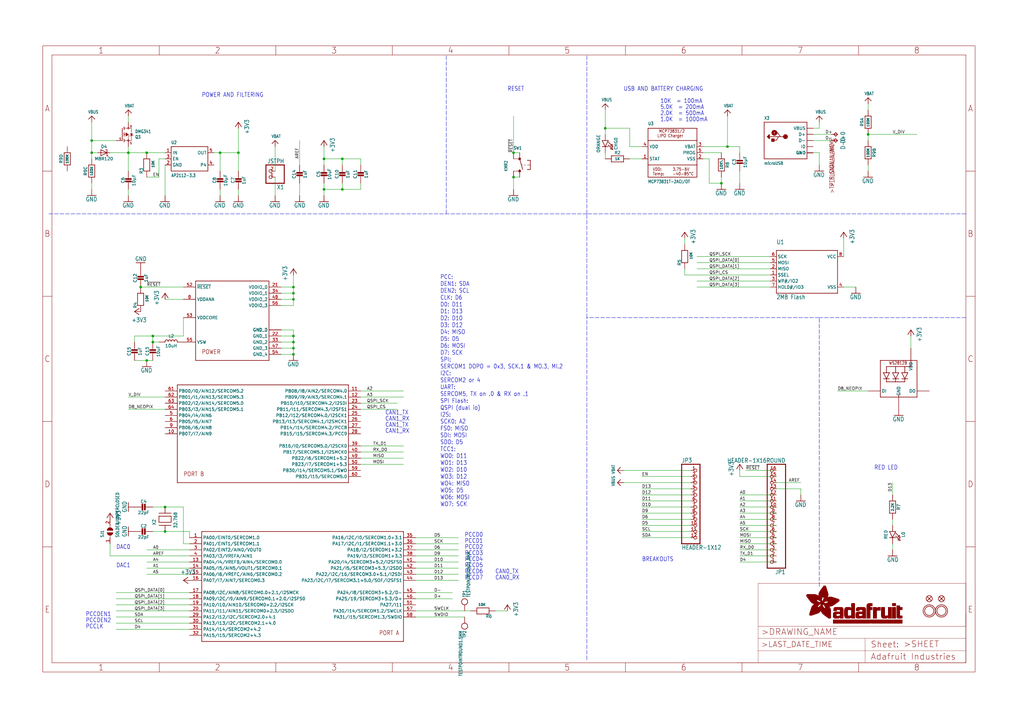
<source format=kicad_sch>
(kicad_sch (version 20211123) (generator eeschema)
  (paper "User" 425.45 300.584)
  (lib_symbols
    (symbol "schematicEagle-eagle-import:+3V3" (power)
      (property "Value" "+3V3" (at -2.54 -5.08 90))
      (symbol "+3V3_1_0"
        (pin power_in line (at 0 -2.54 90) (length 2.54) (name "+3V3") (number "1"))
      )
    )
    (symbol "schematicEagle-eagle-import:ATSAMD51J"
      (symbol "ATSAMD51J_1_0"
        (text "PORT A" (at 48.26 -22.86 0) (effects (font (size 1.778 1.5113)) (justify left bottom)))
        (pin bidirectional line (at -30.48 17.78 0) (length 5.08) (name "PA00/EINT0/SERCOM1.0") (number "1"))
        (pin bidirectional line (at -30.48 7.62 0) (length 5.08) (name "PA04/I4/VREFB/AIN4/SERCOM0.0") (number "13"))
        (pin bidirectional line (at -30.48 5.08 0) (length 5.08) (name "PA05/I5/AIN5/VOUT1/SERCOM0.1") (number "14"))
        (pin bidirectional line (at -30.48 2.54 0) (length 5.08) (name "PA06/I6/VREFC/AIN6/SERCOM0.2") (number "15"))
        (pin bidirectional line (at -30.48 0 0) (length 5.08) (name "PA07/I7/AIN7/SERCOM0.3") (number "16"))
        (pin bidirectional line (at -30.48 -5.08 0) (length 5.08) (name "PA08/I2C/AIN8/SERCOM0.0+2.1/I2SMCK") (number "17"))
        (pin bidirectional line (at -30.48 -7.62 0) (length 5.08) (name "PA09/I2C/I9/AIN9/SERCOM0.1+2.0/I2SFS0") (number "18"))
        (pin bidirectional line (at -30.48 -10.16 0) (length 5.08) (name "PA10/I10/AIN10/SERCOM0+2.2/I2SCK") (number "19"))
        (pin bidirectional line (at -30.48 15.24 0) (length 5.08) (name "PA01/EINT1/SERCOM1.1") (number "2"))
        (pin bidirectional line (at -30.48 -12.7 0) (length 5.08) (name "PA11/I11/AIN11/SERCOM0+2.3/I2SDO") (number "20"))
        (pin bidirectional line (at -30.48 -15.24 0) (length 5.08) (name "PA12/I12/I2C/SERCOM2.0+4.1") (number "29"))
        (pin bidirectional line (at -30.48 12.7 0) (length 5.08) (name "PA02/EINT2/AIN0/VOUT0") (number "3"))
        (pin bidirectional line (at -30.48 -17.78 0) (length 5.08) (name "PA13/I13/I2C/SERCOM2.1+4.0") (number "30"))
        (pin bidirectional line (at -30.48 -20.32 0) (length 5.08) (name "PA14/I14/SERCOM2+4.2") (number "31"))
        (pin bidirectional line (at -30.48 -22.86 0) (length 5.08) (name "PA15/I15/SERCOM2+4.3") (number "32"))
        (pin bidirectional line (at 63.5 17.78 180) (length 5.08) (name "PA16/I2C/I0/SERCOM1.0+3.1") (number "35"))
        (pin bidirectional line (at 63.5 15.24 180) (length 5.08) (name "PA17/I2C/I1/SERCOM1.1+3.0") (number "36"))
        (pin bidirectional line (at 63.5 12.7 180) (length 5.08) (name "PA18/I2/SERCOM1+3.2") (number "37"))
        (pin bidirectional line (at 63.5 10.16 180) (length 5.08) (name "PA19/I3/SERCOM1+3.3") (number "38"))
        (pin bidirectional line (at -30.48 10.16 0) (length 5.08) (name "PA03/I3/VREFA/AIN1") (number "4"))
        (pin bidirectional line (at 63.5 7.62 180) (length 5.08) (name "PA20/I4/SERCOM3+5.2/I2SFS0") (number "41"))
        (pin bidirectional line (at 63.5 5.08 180) (length 5.08) (name "PA21/I5/SERCOM3+5.3/I2SDO") (number "42"))
        (pin bidirectional line (at 63.5 2.54 180) (length 5.08) (name "PA22/I2C/16/SERCOM3.0+5.1/I2SDI") (number "43"))
        (pin bidirectional line (at 63.5 0 180) (length 5.08) (name "PA23/I2C/I7/SERCOM3.1+5.0/SOF/I2SFS1") (number "44"))
        (pin bidirectional line (at 63.5 -5.08 180) (length 5.08) (name "PA24/I8/SERCOM3+5.2/D-") (number "45"))
        (pin bidirectional line (at 63.5 -7.62 180) (length 5.08) (name "PA25/19/SERCOM3+5.3/D+") (number "46"))
        (pin bidirectional line (at 63.5 -10.16 180) (length 5.08) (name "PA27/I11") (number "51"))
        (pin bidirectional line (at 63.5 -12.7 180) (length 5.08) (name "PA30/I14/SERCOM1.2/SWCLK") (number "57"))
        (pin bidirectional line (at 63.5 -15.24 180) (length 5.08) (name "PA31/I15/SERCOM1.3/SWDIO") (number "58"))
      )
      (symbol "ATSAMD51J_2_0"
        (text "PORT B" (at -35.56 -22.86 0) (effects (font (size 1.778 1.5113)) (justify left bottom)))
        (pin bidirectional line (at -43.18 -5.08 0) (length 5.08) (name "PB07/I7/AIN9") (number "10"))
        (pin bidirectional line (at 38.1 12.7 180) (length 5.08) (name "PB08/I8/AIN2/SERCOM4.0") (number "11"))
        (pin bidirectional line (at 38.1 10.16 180) (length 5.08) (name "PB09/I9/AIN3/SERCOM4.1") (number "12"))
        (pin bidirectional line (at 38.1 7.62 180) (length 5.08) (name "PB10/I10/SERCOM4.2/I2SDI") (number "23"))
        (pin bidirectional line (at 38.1 5.08 180) (length 5.08) (name "PB11/I11/SERCOM4.3/I2SFS1") (number "24"))
        (pin bidirectional line (at 38.1 2.54 180) (length 5.08) (name "PB12/I12/SERCOM4.0/I2SCK1") (number "25"))
        (pin bidirectional line (at 38.1 0 180) (length 5.08) (name "PB13/I13/SERCOM4.1/I2SMCK1") (number "26"))
        (pin bidirectional line (at 38.1 -2.54 180) (length 5.08) (name "PB14/I14/SERCOM4.2/PCC8") (number "27"))
        (pin bidirectional line (at 38.1 -5.08 180) (length 5.08) (name "PB15/I15/SERCOM4.3/PCC9") (number "28"))
        (pin bidirectional line (at 38.1 -10.16 180) (length 5.08) (name "PB16/I0/SERCOM5.0/I2SCK0") (number "39"))
        (pin bidirectional line (at 38.1 -12.7 180) (length 5.08) (name "PB17/SERCOM5.1/I2SMCK0") (number "40"))
        (pin bidirectional line (at 38.1 -15.24 180) (length 5.08) (name "PB22/I6/SERCOM1+5.2") (number "49"))
        (pin bidirectional line (at -43.18 2.54 0) (length 5.08) (name "PB04/I4/AIN6") (number "5"))
        (pin bidirectional line (at 38.1 -17.78 180) (length 5.08) (name "PB23/I7/SERCOM1+5.3") (number "50"))
        (pin bidirectional line (at 38.1 -20.32 180) (length 5.08) (name "PB30/I14/SERCOM5.1/SWO") (number "59"))
        (pin bidirectional line (at -43.18 0 0) (length 5.08) (name "PB05/I5/AIN7") (number "6"))
        (pin bidirectional line (at 38.1 -22.86 180) (length 5.08) (name "PB31/I15/SERCOM5.0") (number "60"))
        (pin bidirectional line (at -43.18 12.7 0) (length 5.08) (name "PB00/I0/AIN12/SERCOM5.2") (number "61"))
        (pin bidirectional line (at -43.18 10.16 0) (length 5.08) (name "PB01/I1/AIN13/SERCOM5.3") (number "62"))
        (pin bidirectional line (at -43.18 7.62 0) (length 5.08) (name "PB02/I2/AIN14/SERCOM5.0") (number "63"))
        (pin bidirectional line (at -43.18 5.08 0) (length 5.08) (name "PB03/I3/AIN15/SERCOM5.1") (number "64"))
        (pin bidirectional line (at -43.18 -2.54 0) (length 5.08) (name "PB06/I6/AIN8") (number "9"))
      )
      (symbol "ATSAMD51J_3_0"
        (text "POWER" (at -12.7 -12.7 0) (effects (font (size 1.778 1.5113)) (justify left bottom)))
        (pin bidirectional line (at 20.32 15.24 180) (length 5.08) (name "VDDIO_0") (number "21"))
        (pin bidirectional line (at 20.32 -5.08 180) (length 5.08) (name "GND_1") (number "22"))
        (pin bidirectional line (at 20.32 -7.62 180) (length 5.08) (name "GND_2") (number "33"))
        (pin bidirectional line (at 20.32 12.7 180) (length 5.08) (name "VDDIO_1") (number "34"))
        (pin bidirectional line (at 20.32 -10.16 180) (length 5.08) (name "GND_3") (number "47"))
        (pin bidirectional line (at 20.32 10.16 180) (length 5.08) (name "VDDIO_2") (number "48"))
        (pin bidirectional line (at -20.32 15.24 0) (length 5.08) (name "~{RESET}") (number "52"))
        (pin bidirectional line (at -20.32 2.54 0) (length 5.08) (name "VDDCORE") (number "53"))
        (pin bidirectional line (at 20.32 -12.7 180) (length 5.08) (name "GND_4") (number "54"))
        (pin bidirectional line (at -20.32 -7.62 0) (length 5.08) (name "VSW") (number "55"))
        (pin bidirectional line (at 20.32 7.62 180) (length 5.08) (name "VDDIO_3") (number "56"))
        (pin bidirectional line (at 20.32 -2.54 180) (length 5.08) (name "GND_0") (number "7"))
        (pin bidirectional line (at -20.32 10.16 0) (length 5.08) (name "VDDANA") (number "8"))
        (pin bidirectional line (at 20.32 -2.54 180) (length 5.08) (name "GND_0") (number "EXP"))
      )
    )
    (symbol "schematicEagle-eagle-import:CAP_CERAMIC0603_NO"
      (property "Reference" "C" (at -2.29 1.25 90))
      (property "Value" "CAP_CERAMIC0603_NO" (at 2.3 1.25 90))
      (symbol "CAP_CERAMIC0603_NO_1_0"
        (pin passive line (at 0 5.08 270) (length 2.54) (name "1") (number "1"))
        (pin passive line (at 0 -2.54 90) (length 2.54) (name "2") (number "2"))
      )
    )
    (symbol "schematicEagle-eagle-import:CAP_CERAMIC0805-NOOUTLINE"
      (property "Reference" "C" (at -2.29 1.25 90))
      (property "Value" "CAP_CERAMIC0805-NOOUTLINE" (at 2.3 1.25 90))
      (symbol "CAP_CERAMIC0805-NOOUTLINE_1_0"
        (pin passive line (at 0 5.08 270) (length 2.54) (name "1") (number "1"))
        (pin passive line (at 0 -2.54 90) (length 2.54) (name "2") (number "2"))
      )
    )
    (symbol "schematicEagle-eagle-import:CON_JST_PH_2PIN"
      (property "Reference" "X" (at -6.35 5.715 0))
      (property "Value" "CON_JST_PH_2PIN" (at -6.35 -5.08 0))
      (symbol "CON_JST_PH_2PIN_1_0"
        (pin passive inverted (at -2.54 2.54 0) (length 2.54) (name "1") (number "1"))
        (pin passive inverted (at -2.54 0 0) (length 2.54) (name "2") (number "2"))
      )
    )
    (symbol "schematicEagle-eagle-import:DIODE-SCHOTTKYSOD-123"
      (property "Reference" "D" (at 0 2.54 0))
      (property "Value" "DIODE-SCHOTTKYSOD-123" (at 0 -2.5 0))
      (symbol "DIODE-SCHOTTKYSOD-123_1_0"
        (pin passive line (at -2.54 0 0) (length 2.54) (name "A") (number "A"))
        (pin passive line (at 2.54 0 180) (length 2.54) (name "C") (number "C"))
      )
    )
    (symbol "schematicEagle-eagle-import:FIDUCIAL_1MM")
    (symbol "schematicEagle-eagle-import:FRAME_A3_ADAFRUIT"
      (symbol "FRAME_A3_ADAFRUIT_0_0"
        (text "1" (at 24.2094 1.905 0) (effects (font (size 2.54 2.286))))
        (text "1" (at 24.2094 258.445 0) (effects (font (size 2.54 2.286))))
        (text "2" (at 72.6281 1.905 0) (effects (font (size 2.54 2.286))))
        (text "2" (at 72.6281 258.445 0) (effects (font (size 2.54 2.286))))
        (text "3" (at 121.0469 1.905 0) (effects (font (size 2.54 2.286))))
        (text "3" (at 121.0469 258.445 0) (effects (font (size 2.54 2.286))))
        (text "4" (at 169.4656 1.905 0) (effects (font (size 2.54 2.286))))
        (text "4" (at 169.4656 258.445 0) (effects (font (size 2.54 2.286))))
        (text "5" (at 217.8844 1.905 0) (effects (font (size 2.54 2.286))))
        (text "5" (at 217.8844 258.445 0) (effects (font (size 2.54 2.286))))
        (text "6" (at 266.3031 1.905 0) (effects (font (size 2.54 2.286))))
        (text "6" (at 266.3031 258.445 0) (effects (font (size 2.54 2.286))))
        (text "7" (at 314.7219 1.905 0) (effects (font (size 2.54 2.286))))
        (text "7" (at 314.7219 258.445 0) (effects (font (size 2.54 2.286))))
        (text "8" (at 363.1406 1.905 0) (effects (font (size 2.54 2.286))))
        (text "8" (at 363.1406 258.445 0) (effects (font (size 2.54 2.286))))
        (text "A" (at 1.905 234.315 0) (effects (font (size 2.54 2.286))))
        (text "A" (at 385.445 234.315 0) (effects (font (size 2.54 2.286))))
        (text "B" (at 1.905 182.245 0) (effects (font (size 2.54 2.286))))
        (text "B" (at 385.445 182.245 0) (effects (font (size 2.54 2.286))))
        (text "C" (at 1.905 130.175 0) (effects (font (size 2.54 2.286))))
        (text "C" (at 385.445 130.175 0) (effects (font (size 2.54 2.286))))
        (text "D" (at 1.905 78.105 0) (effects (font (size 2.54 2.286))))
        (text "D" (at 385.445 78.105 0) (effects (font (size 2.54 2.286))))
        (text "E" (at 1.905 26.035 0) (effects (font (size 2.54 2.286))))
        (text "E" (at 385.445 26.035 0) (effects (font (size 2.54 2.286))))
      )
      (symbol "FRAME_A3_ADAFRUIT_1_0"
        (text ">DRAWING_NAME" (at 298.45 15.24 0) (effects (font (size 2.54 2.54)) (justify left bottom)))
        (text ">LAST_DATE_TIME" (at 298.45 10.16 0) (effects (font (size 2.286 2.286)) (justify left bottom)))
        (text ">SHEET" (at 357.505 10.16 0) (effects (font (size 2.54 2.54)) (justify left bottom)))
        (text "Adafruit Industries" (at 343.916 4.953 0) (effects (font (size 2.54 2.54)) (justify left bottom)))
        (text "Sheet:" (at 343.916 10.033 0) (effects (font (size 2.54 2.54)) (justify left bottom)))
      )
    )
    (symbol "schematicEagle-eagle-import:GND" (power)
      (property "Value" "GND" (at -2.54 -2.54 0))
      (symbol "GND_1_0"
        (pin power_in line (at 0 2.54 270) (length 2.54) (name "GND") (number "1"))
      )
    )
    (symbol "schematicEagle-eagle-import:HEADER-1X12"
      (property "Reference" "JP" (at -6.35 18.415 0))
      (property "Value" "HEADER-1X12" (at -6.35 -17.78 0))
      (symbol "HEADER-1X12_1_0"
        (pin passive inverted (at -2.54 15.24 0) (length 2.54) (name "1") (number "1"))
        (pin passive inverted (at -2.54 -7.62 0) (length 2.54) (name "10") (number "10"))
        (pin passive inverted (at -2.54 -10.16 0) (length 2.54) (name "11") (number "11"))
        (pin passive inverted (at -2.54 -12.7 0) (length 2.54) (name "12") (number "12"))
        (pin passive inverted (at -2.54 12.7 0) (length 2.54) (name "2") (number "2"))
        (pin passive inverted (at -2.54 10.16 0) (length 2.54) (name "3") (number "3"))
        (pin passive inverted (at -2.54 7.62 0) (length 2.54) (name "4") (number "4"))
        (pin passive inverted (at -2.54 5.08 0) (length 2.54) (name "5") (number "5"))
        (pin passive inverted (at -2.54 2.54 0) (length 2.54) (name "6") (number "6"))
        (pin passive inverted (at -2.54 0 0) (length 2.54) (name "7") (number "7"))
        (pin passive inverted (at -2.54 -2.54 0) (length 2.54) (name "8") (number "8"))
        (pin passive inverted (at -2.54 -5.08 0) (length 2.54) (name "9") (number "9"))
      )
    )
    (symbol "schematicEagle-eagle-import:HEADER-1X16ROUND"
      (property "Reference" "JP" (at -6.35 20.955 0))
      (property "Value" "HEADER-1X16ROUND" (at -6.35 -25.4 0))
      (symbol "HEADER-1X16ROUND_1_0"
        (pin passive inverted (at -2.54 17.78 0) (length 2.54) (name "1") (number "1"))
        (pin passive inverted (at -2.54 -5.08 0) (length 2.54) (name "10") (number "10"))
        (pin passive inverted (at -2.54 -7.62 0) (length 2.54) (name "11") (number "11"))
        (pin passive inverted (at -2.54 -10.16 0) (length 2.54) (name "12") (number "12"))
        (pin passive inverted (at -2.54 -12.7 0) (length 2.54) (name "13") (number "13"))
        (pin passive inverted (at -2.54 -15.24 0) (length 2.54) (name "14") (number "14"))
        (pin passive inverted (at -2.54 -17.78 0) (length 2.54) (name "15") (number "15"))
        (pin passive inverted (at -2.54 -20.32 0) (length 2.54) (name "16") (number "16"))
        (pin passive inverted (at -2.54 15.24 0) (length 2.54) (name "2") (number "2"))
        (pin passive inverted (at -2.54 12.7 0) (length 2.54) (name "3") (number "3"))
        (pin passive inverted (at -2.54 10.16 0) (length 2.54) (name "4") (number "4"))
        (pin passive inverted (at -2.54 7.62 0) (length 2.54) (name "5") (number "5"))
        (pin passive inverted (at -2.54 5.08 0) (length 2.54) (name "6") (number "6"))
        (pin passive inverted (at -2.54 2.54 0) (length 2.54) (name "7") (number "7"))
        (pin passive inverted (at -2.54 0 0) (length 2.54) (name "8") (number "8"))
        (pin passive inverted (at -2.54 -2.54 0) (length 2.54) (name "9") (number "9"))
      )
    )
    (symbol "schematicEagle-eagle-import:INDUCTOR"
      (property "Reference" "L" (at 0 2.54 0))
      (property "Value" "INDUCTOR" (at 0 -1.54 0))
      (symbol "INDUCTOR_1_0"
        (pin passive line (at -5.08 0 0) (length 2.54) (name "1") (number "P$1"))
        (pin passive line (at 5.08 0 180) (length 2.54) (name "2") (number "P$2"))
      )
    )
    (symbol "schematicEagle-eagle-import:LED0805_NOOUTLINE"
      (property "Reference" "D" (at -1.27 4.445 0))
      (property "Value" "LED0805_NOOUTLINE" (at -1.27 -2.794 0))
      (symbol "LED0805_NOOUTLINE_1_0"
        (pin passive line (at -5.08 0 0) (length 2.54) (name "A") (number "A"))
        (pin passive line (at 2.54 0 180) (length 2.54) (name "C") (number "C"))
      )
    )
    (symbol "schematicEagle-eagle-import:MCP73831{slash}2"
      (property "Reference" "U" (at -10.16 11.43 0))
      (property "Value" "MCP73831{slash}2" (at -10.16 -12.7 0))
      (symbol "MCP73831{slash}2_1_0"
        (text "-40-85°C" (at 0 -9.525 0) (effects (font (size 1.27 1.0795)) (justify left bottom)))
        (text "3.75-6V" (at 0 -7.62 0) (effects (font (size 1.27 1.0795)) (justify left bottom)))
        (text "LIPO Charger" (at -6.35 6.35 0) (effects (font (size 1.27 1.0795)) (justify left bottom)))
        (text "MCP73831/2" (at -5.715 8.255 0) (effects (font (size 1.27 1.0795)) (justify left bottom)))
        (text "Temp:" (at -8.255 -9.525 0) (effects (font (size 1.27 1.0795)) (justify left bottom)))
        (text "VDD:" (at -8.255 -7.62 0) (effects (font (size 1.27 1.0795)) (justify left bottom)))
        (pin output line (at -12.7 -2.54 0) (length 2.54) (name "STAT") (number "1"))
        (pin power_in line (at 12.7 -2.54 180) (length 2.54) (name "VSS") (number "2"))
        (pin power_in line (at 12.7 2.54 180) (length 2.54) (name "VBAT") (number "3"))
        (pin power_in line (at -12.7 2.54 0) (length 2.54) (name "VDD") (number "4"))
        (pin input line (at 12.7 0 180) (length 2.54) (name "PROG") (number "5"))
      )
    )
    (symbol "schematicEagle-eagle-import:MOSFET-P"
      (property "Reference" "Q" (at 2.794 0.381 0))
      (property "Value" "MOSFET-P" (at 2.794 -1.905 0))
      (symbol "MOSFET-P_1_0"
        (text "D" (at 0.635 -3.81 0) (effects (font (size 0.8128 0.6908)) (justify left bottom)))
        (text "G" (at -3.81 1.27 0) (effects (font (size 0.8128 0.6908)) (justify left bottom)))
        (text "S" (at 0.635 3.175 0) (effects (font (size 0.8128 0.6908)) (justify left bottom)))
        (pin passive line (at -5.08 2.54 0) (length 2.54) (name "G") (number "1"))
        (pin passive line (at 0 5.08 270) (length 2.54) (name "S") (number "2"))
        (pin passive line (at 0 -5.08 90) (length 2.54) (name "D") (number "3"))
      )
    )
    (symbol "schematicEagle-eagle-import:MOUNTINGHOLE2.5")
    (symbol "schematicEagle-eagle-import:RESISTOR_0603_NOOUT"
      (property "Reference" "R" (at 0 2.54 0))
      (property "Value" "RESISTOR_0603_NOOUT" (at 0 0 0))
      (symbol "RESISTOR_0603_NOOUT_1_0"
        (pin passive line (at -5.08 0 0) (length 2.54) (name "1") (number "1"))
        (pin passive line (at 5.08 0 180) (length 2.54) (name "2") (number "2"))
      )
    )
    (symbol "schematicEagle-eagle-import:RESISTOR_4PACK_NO"
      (property "Reference" "R" (at 0 2.54 0))
      (property "Value" "RESISTOR_4PACK_NO" (at 0 0 0))
      (symbol "RESISTOR_4PACK_NO_1_0"
        (pin passive line (at -5.08 0 0) (length 2.54) (name "1") (number "1"))
        (pin passive line (at 5.08 0 180) (length 2.54) (name "2") (number "8"))
      )
      (symbol "RESISTOR_4PACK_NO_2_0"
        (pin passive line (at -5.08 0 0) (length 2.54) (name "1") (number "2"))
        (pin passive line (at 5.08 0 180) (length 2.54) (name "2") (number "7"))
      )
      (symbol "RESISTOR_4PACK_NO_3_0"
        (pin passive line (at -5.08 0 0) (length 2.54) (name "1") (number "3"))
        (pin passive line (at 5.08 0 180) (length 2.54) (name "2") (number "6"))
      )
      (symbol "RESISTOR_4PACK_NO_4_0"
        (pin passive line (at -5.08 0 0) (length 2.54) (name "1") (number "4"))
        (pin passive line (at 5.08 0 180) (length 2.54) (name "2") (number "5"))
      )
    )
    (symbol "schematicEagle-eagle-import:SOLDERJUMPERCLOSED"
      (property "Reference" "SJ" (at -2.54 2.54 0))
      (property "Value" "SOLDERJUMPERCLOSED" (at -2.54 -3.81 0))
      (symbol "SOLDERJUMPERCLOSED_1_0"
        (pin passive line (at -5.08 0 0) (length 2.54) (name "1") (number "1"))
        (pin passive line (at 5.08 0 180) (length 2.54) (name "2") (number "2"))
      )
    )
    (symbol "schematicEagle-eagle-import:SPIFLASH_8PINUX"
      (property "Reference" "U" (at -12.7 12.7 0))
      (property "Value" "SPIFLASH_8PINUX" (at -12.7 -10.16 0))
      (symbol "SPIFLASH_8PINUX_1_0"
        (pin bidirectional line (at -15.24 0 0) (length 2.54) (name "SSEL") (number "1"))
        (pin bidirectional line (at -15.24 2.54 0) (length 2.54) (name "MISO") (number "2"))
        (pin bidirectional line (at -15.24 -2.54 0) (length 2.54) (name "WP#/IO2") (number "3"))
        (pin bidirectional line (at 15.24 -5.08 180) (length 2.54) (name "VSS") (number "4"))
        (pin bidirectional line (at -15.24 5.08 0) (length 2.54) (name "MOSI") (number "5"))
        (pin bidirectional line (at -15.24 7.62 0) (length 2.54) (name "SCK") (number "6"))
        (pin bidirectional line (at -15.24 -5.08 0) (length 2.54) (name "HOLD#/IO3") (number "7"))
        (pin bidirectional line (at 15.24 7.62 180) (length 2.54) (name "VCC") (number "8"))
      )
    )
    (symbol "schematicEagle-eagle-import:SWITCH_TACT_SMT4.6X2.8"
      (property "Reference" "SW" (at -2.54 6.35 0))
      (property "Value" "SWITCH_TACT_SMT4.6X2.8" (at -2.54 -5.08 0))
      (symbol "SWITCH_TACT_SMT4.6X2.8_1_0"
        (pin passive line (at -5.08 0 0) (length 2.54) (name "P") (number "A"))
        (pin passive line (at -5.08 -2.54 0) (length 2.54) (name "P1") (number "A'"))
        (pin passive line (at 5.08 0 180) (length 2.54) (name "S") (number "B"))
        (pin passive line (at 5.08 -2.54 180) (length 2.54) (name "S1") (number "B'"))
      )
    )
    (symbol "schematicEagle-eagle-import:TESTPOINTROUND1.5MM"
      (property "Reference" "TP" (at 0 5.588 90))
      (property "Value" "TESTPOINTROUND1.5MM" (at 1.651 5.588 90))
      (symbol "TESTPOINTROUND1.5MM_1_0"
        (pin bidirectional line (at 0 0 90) (length 2.54) (name "P$1") (number "P$1"))
      )
    )
    (symbol "schematicEagle-eagle-import:TPB1,27"
      (property "Reference" "TP" (at -1.27 1.27 0))
      (symbol "TPB1,27_1_0"
        (text ">TP_SIGNAL_NAME" (at 1.27 -1.27 0) (effects (font (size 1.778 1.5113)) (justify left bottom)))
        (pin input line (at 0 -2.54 90) (length 2.54) (name "TP") (number "TP"))
      )
    )
    (symbol "schematicEagle-eagle-import:USB_MICRO_20329_V2"
      (property "Reference" "X" (at -10.16 8.636 0))
      (property "Value" "USB_MICRO_20329_V2" (at -10.16 -10.16 0))
      (symbol "USB_MICRO_20329_V2_1_0"
        (pin power_in line (at 10.16 -5.08 180) (length 2.54) (name "GND") (number "BASE@1"))
        (pin power_in line (at 10.16 -5.08 180) (length 2.54) (name "GND") (number "BASE@2"))
        (pin bidirectional line (at 10.16 2.54 180) (length 2.54) (name "D+") (number "D+"))
        (pin bidirectional line (at 10.16 0 180) (length 2.54) (name "D-") (number "D-"))
        (pin power_in line (at 10.16 -5.08 180) (length 2.54) (name "GND") (number "GND"))
        (pin bidirectional line (at 10.16 -2.54 180) (length 2.54) (name "ID") (number "ID"))
        (pin power_in line (at 10.16 -5.08 180) (length 2.54) (name "GND") (number "SPRT@1"))
        (pin power_in line (at 10.16 -5.08 180) (length 2.54) (name "GND") (number "SPRT@2"))
        (pin power_in line (at 10.16 -5.08 180) (length 2.54) (name "GND") (number "SPRT@3"))
        (pin power_in line (at 10.16 -5.08 180) (length 2.54) (name "GND") (number "SPRT@4"))
        (pin power_in line (at 10.16 5.08 180) (length 2.54) (name "VBUS") (number "VBUS"))
      )
    )
    (symbol "schematicEagle-eagle-import:VBAT" (power)
      (property "Value" "VBAT" (at -1.524 1.016 0))
      (symbol "VBAT_1_0"
        (pin power_in line (at 0 -2.54 90) (length 2.54) (name "VBAT") (number "1"))
      )
    )
    (symbol "schematicEagle-eagle-import:VBUS" (power)
      (property "Value" "VBUS" (at -1.524 1.016 0))
      (symbol "VBUS_1_0"
        (pin power_in line (at 0 -2.54 90) (length 2.54) (name "VBUS") (number "1"))
      )
    )
    (symbol "schematicEagle-eagle-import:VREG_SOT23-5"
      (property "Reference" "U" (at -7.62 6.096 0))
      (property "Value" "VREG_SOT23-5" (at -7.62 -7.62 0))
      (symbol "VREG_SOT23-5_1_0"
        (pin power_in line (at -10.16 2.54 0) (length 2.54) (name "IN") (number "1"))
        (pin power_in line (at -10.16 -2.54 0) (length 2.54) (name "GND") (number "2"))
        (pin input line (at -10.16 0 0) (length 2.54) (name "EN") (number "3"))
        (pin bidirectional line (at 10.16 -2.54 180) (length 2.54) (name "P4") (number "4"))
        (pin power_in line (at 10.16 2.54 180) (length 2.54) (name "OUT") (number "5"))
      )
    )
    (symbol "schematicEagle-eagle-import:WS2812B3535"
      (symbol "WS2812B3535_1_0"
        (text "WS2812B" (at -4.064 8.382 0) (effects (font (size 1.27 1.0795)) (justify left bottom)))
        (pin input line (at -12.7 -2.54 0) (length 5.08) (name "DI") (number "1"))
        (pin power_in line (at 5.08 15.24 270) (length 5.08) (name "VDD") (number "2"))
        (pin output line (at 12.7 -2.54 180) (length 5.08) (name "DO") (number "3"))
        (pin power_in line (at 0 -10.16 90) (length 5.08) (name "GND") (number "4"))
      )
    )
    (symbol "schematicEagle-eagle-import:XTAL-3.2X1.5"
      (property "Reference" "X" (at -2.54 3.81 0))
      (property "Value" "XTAL-3.2X1.5" (at -3.81 -5.08 0))
      (symbol "XTAL-3.2X1.5_1_0"
        (pin bidirectional line (at -5.08 0 0) (length 2.54) (name "P$1") (number "P$1"))
        (pin bidirectional line (at 5.08 0 180) (length 2.54) (name "P$2") (number "P$2"))
      )
    )
  )
  (junction (at 142.24 78.74))
  (junction (at 121.92 139.7))
  (junction (at 142.24 66.04))
  (junction (at 58.42 119.38))
  (junction (at 121.92 147.32))
  (junction (at 251.46 53.34))
  (junction (at 121.92 119.38))
  (junction (at 121.92 142.24))
  (junction (at 53.34 63.5))
  (junction (at 213.36 63.5))
  (junction (at 360.68 55.88))
  (junction (at 63.5 139.7))
  (junction (at 60.96 63.5))
  (junction (at 60.96 149.86))
  (junction (at 121.92 124.46))
  (junction (at 38.1 63.5))
  (junction (at 121.92 144.78))
  (junction (at 68.58 210.82))
  (junction (at 299.72 76.2))
  (junction (at 213.36 73.66))
  (junction (at 302.26 60.96))
  (junction (at 121.92 121.92))
  (junction (at 99.06 63.5))
  (junction (at 68.58 220.98))
  (junction (at 91.44 63.5))
  (junction (at 134.62 78.74))
  (junction (at 63.5 142.24))
  (junction (at 38.1 58.42))
  (junction (at 134.62 66.04))
  (wire (pts (xy 266.7 210.82) (xy 287.02 210.82)))
  (wire (pts (xy 134.62 78.74) (xy 134.62 76.2)))
  (wire (pts (xy 88.9 63.5) (xy 91.44 63.5)))
  (wire (pts (xy 266.7 223.52) (xy 287.02 223.52)))
  (wire (pts (xy 289.56 109.22) (xy 320.04 109.22)))
  (wire (pts (xy 287.02 218.44) (xy 266.7 218.44)))
  (wire (pts (xy 360.68 43.18) (xy 360.68 45.72)))
  (wire (pts (xy 340.36 63.5) (xy 340.36 68.58)))
  (wire (pts (xy 322.58 205.74) (xy 307.34 205.74)))
  (wire (pts (xy 307.34 198.12) (xy 322.58 198.12)))
  (wire (pts (xy 38.1 66.04) (xy 38.1 63.5)))
  (wire (pts (xy 340.36 53.34) (xy 340.36 50.8)))
  (wire (pts (xy 289.56 119.38) (xy 320.04 119.38)))
  (wire (pts (xy 172.72 223.52) (xy 190.5 223.52)))
  (wire (pts (xy 360.68 55.88) (xy 360.68 58.42)))
  (wire (pts (xy 172.72 233.68) (xy 190.5 233.68)))
  (wire (pts (xy 322.58 200.66) (xy 332.74 200.66)))
  (wire (pts (xy 213.36 78.74) (xy 213.36 73.66)))
  (wire (pts (xy 287.02 208.28) (xy 266.7 208.28)))
  (wire (pts (xy 266.7 215.9) (xy 287.02 215.9)))
  (wire (pts (xy 91.44 78.74) (xy 91.44 81.28)))
  (wire (pts (xy 78.74 228.6) (xy 60.96 228.6)))
  (wire (pts (xy 190.5 226.06) (xy 172.72 226.06)))
  (wire (pts (xy 322.58 195.58) (xy 309.88 195.58)))
  (wire (pts (xy 53.34 48.26) (xy 53.34 50.8)))
  (wire (pts (xy 91.44 63.5) (xy 99.06 63.5)))
  (wire (pts (xy 320.04 111.76) (xy 289.56 111.76)))
  (wire (pts (xy 287.02 213.36) (xy 266.7 213.36)))
  (wire (pts (xy 121.92 137.16) (xy 121.92 139.7)))
  (wire (pts (xy 76.2 139.7) (xy 76.2 132.08)))
  (wire (pts (xy 149.86 193.04) (xy 167.64 193.04)))
  (wire (pts (xy 66.04 73.66) (xy 66.04 66.04)))
  (polyline (pts (xy 340.36 132.08) (xy 243.84 132.08)))
  (wire (pts (xy 251.46 53.34) (xy 261.62 53.34)))
  (wire (pts (xy 134.62 68.58) (xy 134.62 66.04)))
  (wire (pts (xy 149.86 190.5) (xy 167.64 190.5)))
  (wire (pts (xy 48.26 259.08) (xy 78.74 259.08)))
  (wire (pts (xy 38.1 63.5) (xy 38.1 58.42)))
  (wire (pts (xy 142.24 66.04) (xy 134.62 66.04)))
  (wire (pts (xy 287.02 220.98) (xy 266.7 220.98)))
  (wire (pts (xy 193.04 256.54) (xy 172.72 256.54)))
  (wire (pts (xy 68.58 170.18) (xy 53.34 170.18)))
  (wire (pts (xy 40.64 63.5) (xy 38.1 63.5)))
  (wire (pts (xy 60.96 238.76) (xy 78.74 238.76)))
  (wire (pts (xy 378.46 144.78) (xy 378.46 139.7)))
  (wire (pts (xy 124.46 76.2) (xy 124.46 81.28)))
  (wire (pts (xy 116.84 147.32) (xy 121.92 147.32)))
  (wire (pts (xy 48.26 248.92) (xy 78.74 248.92)))
  (wire (pts (xy 55.88 149.86) (xy 60.96 149.86)))
  (wire (pts (xy 307.34 226.06) (xy 322.58 226.06)))
  (polyline (pts (xy 401.32 88.9) (xy 243.84 88.9)))
  (wire (pts (xy 68.58 68.58) (xy 68.58 81.28)))
  (wire (pts (xy 78.74 256.54) (xy 48.26 256.54)))
  (wire (pts (xy 116.84 137.16) (xy 121.92 137.16)))
  (wire (pts (xy 53.34 78.74) (xy 53.34 81.28)))
  (wire (pts (xy 63.5 220.98) (xy 68.58 220.98)))
  (wire (pts (xy 355.6 119.38) (xy 350.52 119.38)))
  (wire (pts (xy 350.52 99.06) (xy 350.52 106.68)))
  (wire (pts (xy 307.34 218.44) (xy 322.58 218.44)))
  (wire (pts (xy 53.34 63.5) (xy 53.34 71.12)))
  (wire (pts (xy 66.04 66.04) (xy 68.58 66.04)))
  (wire (pts (xy 337.82 63.5) (xy 340.36 63.5)))
  (wire (pts (xy 287.02 203.2) (xy 266.7 203.2)))
  (wire (pts (xy 307.34 233.68) (xy 322.58 233.68)))
  (wire (pts (xy 68.58 63.5) (xy 60.96 63.5)))
  (wire (pts (xy 190.5 236.22) (xy 172.72 236.22)))
  (wire (pts (xy 78.74 220.98) (xy 78.74 223.52)))
  (wire (pts (xy 251.46 63.5) (xy 251.46 66.04)))
  (wire (pts (xy 149.86 170.18) (xy 165.1 170.18)))
  (wire (pts (xy 149.86 76.2) (xy 149.86 78.74)))
  (wire (pts (xy 190.5 241.3) (xy 172.72 241.3)))
  (wire (pts (xy 337.82 53.34) (xy 340.36 53.34)))
  (wire (pts (xy 172.72 248.92) (xy 187.96 248.92)))
  (wire (pts (xy 322.58 223.52) (xy 307.34 223.52)))
  (wire (pts (xy 213.36 63.5) (xy 215.9 63.5)))
  (wire (pts (xy 114.3 81.28) (xy 114.3 73.66)))
  (wire (pts (xy 215.9 73.66) (xy 213.36 73.66)))
  (polyline (pts (xy 401.32 132.08) (xy 340.36 132.08)))
  (wire (pts (xy 134.62 81.28) (xy 134.62 78.74)))
  (wire (pts (xy 261.62 66.04) (xy 266.7 66.04)))
  (polyline (pts (xy 20.32 88.9) (xy 185.42 88.9)))
  (wire (pts (xy 149.86 167.64) (xy 165.1 167.64)))
  (wire (pts (xy 172.72 254) (xy 195.58 254)))
  (wire (pts (xy 261.62 53.34) (xy 261.62 60.96)))
  (wire (pts (xy 259.08 195.58) (xy 287.02 195.58)))
  (wire (pts (xy 172.72 246.38) (xy 187.96 246.38)))
  (wire (pts (xy 63.5 139.7) (xy 55.88 139.7)))
  (wire (pts (xy 142.24 78.74) (xy 142.24 76.2)))
  (wire (pts (xy 149.86 185.42) (xy 167.64 185.42)))
  (wire (pts (xy 76.2 139.7) (xy 63.5 139.7)))
  (wire (pts (xy 121.92 139.7) (xy 116.84 139.7)))
  (wire (pts (xy 91.44 71.12) (xy 91.44 63.5)))
  (wire (pts (xy 121.92 121.92) (xy 121.92 119.38)))
  (wire (pts (xy 68.58 165.1) (xy 53.34 165.1)))
  (wire (pts (xy 190.5 231.14) (xy 172.72 231.14)))
  (wire (pts (xy 78.74 233.68) (xy 60.96 233.68)))
  (wire (pts (xy 307.34 231.14) (xy 322.58 231.14)))
  (wire (pts (xy 149.86 162.56) (xy 167.64 162.56)))
  (wire (pts (xy 294.64 66.04) (xy 294.64 76.2)))
  (wire (pts (xy 124.46 68.58) (xy 124.46 58.42)))
  (wire (pts (xy 78.74 226.06) (xy 76.2 226.06)))
  (wire (pts (xy 142.24 68.58) (xy 142.24 66.04)))
  (wire (pts (xy 45.72 63.5) (xy 53.34 63.5)))
  (wire (pts (xy 68.58 220.98) (xy 78.74 220.98)))
  (wire (pts (xy 121.92 147.32) (xy 121.92 144.78)))
  (wire (pts (xy 60.96 63.5) (xy 53.34 63.5)))
  (wire (pts (xy 68.58 210.82) (xy 63.5 210.82)))
  (wire (pts (xy 149.86 78.74) (xy 142.24 78.74)))
  (polyline (pts (xy 243.84 132.08) (xy 243.84 88.9)))
  (wire (pts (xy 251.46 45.72) (xy 251.46 53.34)))
  (wire (pts (xy 76.2 210.82) (xy 68.58 210.82)))
  (wire (pts (xy 320.04 106.68) (xy 289.56 106.68)))
  (wire (pts (xy 251.46 55.88) (xy 251.46 53.34)))
  (wire (pts (xy 66.04 142.24) (xy 63.5 142.24)))
  (polyline (pts (xy 185.42 88.9) (xy 185.42 22.86)))
  (wire (pts (xy 320.04 116.84) (xy 289.56 116.84)))
  (wire (pts (xy 284.48 99.06) (xy 284.48 101.6)))
  (wire (pts (xy 322.58 215.9) (xy 307.34 215.9)))
  (wire (pts (xy 68.58 124.46) (xy 76.2 124.46)))
  (wire (pts (xy 292.1 66.04) (xy 294.64 66.04)))
  (wire (pts (xy 322.58 210.82) (xy 307.34 210.82)))
  (wire (pts (xy 63.5 139.7) (xy 63.5 142.24)))
  (wire (pts (xy 172.72 238.76) (xy 190.5 238.76)))
  (wire (pts (xy 370.84 226.06) (xy 370.84 228.6)))
  (wire (pts (xy 322.58 203.2) (xy 332.74 203.2)))
  (wire (pts (xy 322.58 228.6) (xy 307.34 228.6)))
  (wire (pts (xy 307.34 195.58) (xy 307.34 198.12)))
  (wire (pts (xy 116.84 124.46) (xy 121.92 124.46)))
  (wire (pts (xy 121.92 119.38) (xy 121.92 114.3)))
  (wire (pts (xy 48.26 58.42) (xy 38.1 58.42)))
  (wire (pts (xy 114.3 60.96) (xy 114.3 71.12)))
  (wire (pts (xy 266.7 205.74) (xy 287.02 205.74)))
  (wire (pts (xy 360.68 55.88) (xy 381 55.88)))
  (wire (pts (xy 45.72 231.14) (xy 45.72 226.06)))
  (wire (pts (xy 78.74 246.38) (xy 48.26 246.38)))
  (polyline (pts (xy 243.84 88.9) (xy 185.42 88.9)))
  (polyline (pts (xy 243.84 274.32) (xy 243.84 132.08)))
  (wire (pts (xy 299.72 73.66) (xy 299.72 76.2)))
  (wire (pts (xy 116.84 142.24) (xy 121.92 142.24)))
  (wire (pts (xy 121.92 142.24) (xy 121.92 139.7)))
  (wire (pts (xy 337.82 55.88) (xy 345.44 55.88)))
  (wire (pts (xy 307.34 63.5) (xy 307.34 60.96)))
  (wire (pts (xy 78.74 236.22) (xy 60.96 236.22)))
  (wire (pts (xy 99.06 63.5) (xy 99.06 71.12)))
  (wire (pts (xy 116.84 119.38) (xy 121.92 119.38)))
  (wire (pts (xy 53.34 60.96) (xy 53.34 63.5)))
  (wire (pts (xy 99.06 63.5) (xy 99.06 53.34)))
  (wire (pts (xy 121.92 121.92) (xy 121.92 124.46)))
  (wire (pts (xy 266.7 198.12) (xy 287.02 198.12)))
  (wire (pts (xy 121.92 127) (xy 121.92 124.46)))
  (wire (pts (xy 360.68 162.56) (xy 347.98 162.56)))
  (wire (pts (xy 55.88 139.7) (xy 55.88 142.24)))
  (wire (pts (xy 307.34 71.12) (xy 307.34 76.2)))
  (wire (pts (xy 322.58 220.98) (xy 307.34 220.98)))
  (wire (pts (xy 48.26 251.46) (xy 78.74 251.46)))
  (wire (pts (xy 302.26 48.26) (xy 302.26 60.96)))
  (wire (pts (xy 370.84 205.74) (xy 370.84 200.66)))
  (wire (pts (xy 63.5 149.86) (xy 60.96 149.86)))
  (wire (pts (xy 149.86 165.1) (xy 167.64 165.1)))
  (wire (pts (xy 99.06 78.74) (xy 99.06 81.28)))
  (wire (pts (xy 149.86 187.96) (xy 167.64 187.96)))
  (wire (pts (xy 142.24 78.74) (xy 134.62 78.74)))
  (wire (pts (xy 307.34 208.28) (xy 322.58 208.28)))
  (wire (pts (xy 45.72 231.14) (xy 78.74 231.14)))
  (wire (pts (xy 38.1 58.42) (xy 38.1 50.8)))
  (wire (pts (xy 116.84 144.78) (xy 121.92 144.78)))
  (wire (pts (xy 134.62 66.04) (xy 134.62 60.96)))
  (wire (pts (xy 210.82 254) (xy 205.74 254)))
  (wire (pts (xy 38.1 78.74) (xy 38.1 76.2)))
  (wire (pts (xy 284.48 111.76) (xy 284.48 114.3)))
  (wire (pts (xy 60.96 73.66) (xy 66.04 73.66)))
  (wire (pts (xy 76.2 226.06) (xy 76.2 210.82)))
  (wire (pts (xy 307.34 60.96) (xy 302.26 60.96)))
  (wire (pts (xy 294.64 76.2) (xy 299.72 76.2)))
  (wire (pts (xy 213.36 48.26) (xy 213.36 63.5)))
  (wire (pts (xy 149.86 66.04) (xy 149.86 68.58)))
  (wire (pts (xy 172.72 228.6) (xy 190.5 228.6)))
  (wire (pts (xy 370.84 215.9) (xy 370.84 218.44)))
  (wire (pts (xy 142.24 66.04) (xy 149.86 66.04)))
  (polyline (pts (xy 340.36 243.84) (xy 340.36 132.08)))
  (wire (pts (xy 292.1 63.5) (xy 299.72 63.5)))
  (wire (pts (xy 284.48 114.3) (xy 320.04 114.3)))
  (wire (pts (xy 116.84 127) (xy 121.92 127)))
  (wire (pts (xy 345.44 58.42) (xy 337.82 58.42)))
  (wire (pts (xy 307.34 213.36) (xy 322.58 213.36)))
  (wire (pts (xy 332.74 203.2) (xy 332.74 205.74)))
  (wire (pts (xy 261.62 60.96) (xy 266.7 60.96)))
  (polyline (pts (xy 243.84 88.9) (xy 243.84 22.86)))
  (wire (pts (xy 78.74 261.62) (xy 48.26 261.62)))
  (wire (pts (xy 48.26 254) (xy 78.74 254)))
  (wire (pts (xy 116.84 121.92) (xy 121.92 121.92)))
  (wire (pts (xy 302.26 60.96) (xy 292.1 60.96)))
  (wire (pts (xy 287.02 200.66) (xy 259.08 200.66)))
  (wire (pts (xy 76.2 119.38) (xy 58.42 119.38)))
  (wire (pts (xy 360.68 71.12) (xy 360.68 68.58)))
  (wire (pts (xy 121.92 144.78) (xy 121.92 142.24)))
  (text "PCC:\nDEN1: SDA\nDEN2: SCL\nCLK: D6\nD0: D11\nD1: D13\nD2: D10\nD3: D12\nD4: MISO\nD5: D5\nD6: MOSI\nD7: SCK\nSPI:\nSERCOM1 DOPO = 0x3, SCK.1 & MO.3, MI.2\nI2C:\nSERCOM2 or 4\nUART:\nSERCOM5, TX on .0 & RX on .1\nSPI Flash:\nQSPI (dual io)\nI2S:\nSCK0: A2\nFS0: MISO\nSDI: MOSI\nSDO: D5\nTCC1:\nWO0: D11\nWO1: D13\nWO2: D10\nWO3: D12\nWO4: MISO\nWO5: D5\nWO6: MOSI\nWO7: SCK" (at 182.88 210.82 0) (effects (font (size 1.778 1.5113)) (justify left bottom)))
  (text "CAN0_RX" (at 205.74 241.3 180) (effects (font (size 1.778 1.5113)) (justify left bottom)))
  (text "CAN1_TX" (at 160.02 172.72 180) (effects (font (size 1.778 1.5113)) (justify left bottom)))
  (text "PCCDEN2" (at 35.56 259.08 180) (effects (font (size 1.778 1.5113)) (justify left bottom)))
  (text "POWER AND FILTERING" (at 83.82 40.64 180) (effects (font (size 1.778 1.5113)) (justify left bottom)))
  (text "10K  = 100mA" (at 274.32 43.18 180) (effects (font (size 1.778 1.5113)) (justify left bottom)))
  (text "PCCD2" (at 193.04 228.6 180) (effects (font (size 1.778 1.5113)) (justify left bottom)))
  (text "PCCD7" (at 193.04 241.3 180) (effects (font (size 1.778 1.5113)) (justify left bottom)))
  (text "PCCLK" (at 35.56 261.62 180) (effects (font (size 1.778 1.5113)) (justify left bottom)))
  (text "DAC0" (at 48.26 228.6 180) (effects (font (size 1.778 1.5113)) (justify left bottom)))
  (text "PCCD3" (at 193.04 231.14 180) (effects (font (size 1.778 1.5113)) (justify left bottom)))
  (text "BREAKOUTS" (at 266.7 233.68 180) (effects (font (size 1.778 1.5113)) (justify left bottom)))
  (text "PCCDEN1" (at 35.56 256.54 180) (effects (font (size 1.778 1.5113)) (justify left bottom)))
  (text "PCCD5" (at 193.04 236.22 180) (effects (font (size 1.778 1.5113)) (justify left bottom)))
  (text "PCCD1" (at 193.04 226.06 180) (effects (font (size 1.778 1.5113)) (justify left bottom)))
  (text "PCCD6" (at 193.04 238.76 180) (effects (font (size 1.778 1.5113)) (justify left bottom)))
  (text "CAN1_RX" (at 160.02 175.26 180) (effects (font (size 1.778 1.5113)) (justify left bottom)))
  (text "2.0K  = 500mA" (at 274.32 48.26 180) (effects (font (size 1.778 1.5113)) (justify left bottom)))
  (text "CAN1_TX" (at 160.02 177.8 180) (effects (font (size 1.778 1.5113)) (justify left bottom)))
  (text "DAC1" (at 48.26 236.22 180) (effects (font (size 1.778 1.5113)) (justify left bottom)))
  (text "CAN0_TX" (at 205.74 238.76 180) (effects (font (size 1.778 1.5113)) (justify left bottom)))
  (text "PCCD4" (at 193.04 233.68 180) (effects (font (size 1.778 1.5113)) (justify left bottom)))
  (text "PCCD0" (at 193.04 223.52 180) (effects (font (size 1.778 1.5113)) (justify left bottom)))
  (text "USB AND BATTERY CHARGING" (at 259.08 38.1 180) (effects (font (size 1.778 1.5113)) (justify left bottom)))
  (text "1.0K  = 1000mA" (at 274.32 50.8 180) (effects (font (size 1.778 1.5113)) (justify left bottom)))
  (text "5.0K  = 200mA" (at 274.32 45.72 180) (effects (font (size 1.778 1.5113)) (justify left bottom)))
  (text "RED LED" (at 363.22 195.58 180) (effects (font (size 1.778 1.5113)) (justify left bottom)))
  (text "RESET" (at 210.82 38.1 180) (effects (font (size 1.778 1.5113)) (justify left bottom)))
  (text "CAN1_RX" (at 160.02 180.34 180) (effects (font (size 1.778 1.5113)) (justify left bottom)))
  (label "QSPI_DATA[3]" (at 55.88 254 0) (effects (font (size 1.2446 1.2446))))
  (label "EN" (at 63.5 73.66 0) (effects (font (size 1.2446 1.2446))))
  (label "MISO" (at 307.34 226.06 0) (effects (font (size 1.2446 1.2446))))
  (label "A4" (at 307.34 215.9 0) (effects (font (size 1.2446 1.2446))))
  (label "AREF" (at 124.46 66.04 90) (effects (font (size 1.2446 1.2446))))
  (label "A0" (at 307.34 205.74 0) (effects (font (size 1.2446 1.2446))))
  (label "A1" (at 63.5 236.22 0) (effects (font (size 1.2446 1.2446))))
  (label "MISO" (at 154.94 190.5 0) (effects (font (size 1.2446 1.2446))))
  (label "TX_D1" (at 307.34 231.14 0) (effects (font (size 1.2446 1.2446))))
  (label "D+" (at 342.9 55.88 0) (effects (font (size 1.2446 1.2446))))
  (label "D11" (at 180.34 236.22 0) (effects (font (size 1.2446 1.2446))))
  (label "D10" (at 180.34 233.68 0) (effects (font (size 1.2446 1.2446))))
  (label "SCK" (at 307.34 220.98 0) (effects (font (size 1.2446 1.2446))))
  (label "SDA" (at 55.88 256.54 0) (effects (font (size 1.2446 1.2446))))
  (label "D6" (at 180.34 228.6 0) (effects (font (size 1.2446 1.2446))))
  (label "A4" (at 63.5 233.68 0) (effects (font (size 1.2446 1.2446))))
  (label "QSPI_DATA[2]" (at 294.64 116.84 0) (effects (font (size 1.2446 1.2446))))
  (label "QSPI_SCK" (at 152.4 167.64 0) (effects (font (size 1.2446 1.2446))))
  (label "D13" (at 370.84 200.66 270) (effects (font (size 1.2446 1.2446))))
  (label "~{RESET}" (at 60.96 119.38 0) (effects (font (size 1.2446 1.2446))))
  (label "SWDIO" (at 180.34 256.54 0) (effects (font (size 1.2446 1.2446))))
  (label "A5" (at 63.5 238.76 0) (effects (font (size 1.2446 1.2446))))
  (label "D5" (at 180.34 223.52 0) (effects (font (size 1.2446 1.2446))))
  (label "SWCLK" (at 180.34 254 0) (effects (font (size 1.2446 1.2446))))
  (label "D13" (at 266.7 203.2 0) (effects (font (size 1.2446 1.2446))))
  (label "D4" (at 307.34 233.68 0) (effects (font (size 1.2446 1.2446))))
  (label "SCK" (at 180.34 226.06 0) (effects (font (size 1.2446 1.2446))))
  (label "D10" (at 266.7 210.82 0) (effects (font (size 1.2446 1.2446))))
  (label "D5" (at 266.7 218.44 0) (effects (font (size 1.2446 1.2446))))
  (label "D-" (at 342.9 58.42 0) (effects (font (size 1.2446 1.2446))))
  (label "D9" (at 266.7 213.36 0) (effects (font (size 1.2446 1.2446))))
  (label "SDA" (at 266.7 223.52 0) (effects (font (size 1.2446 1.2446))))
  (label "A2" (at 152.4 162.56 0) (effects (font (size 1.2446 1.2446))))
  (label "RX_D0" (at 154.94 187.96 0) (effects (font (size 1.2446 1.2446))))
  (label "D13" (at 180.34 241.3 0) (effects (font (size 1.2446 1.2446))))
  (label "V_DIV" (at 370.84 55.88 0) (effects (font (size 1.2446 1.2446))))
  (label "V_DIV" (at 53.34 165.1 0) (effects (font (size 1.2446 1.2446))))
  (label "A5" (at 307.34 218.44 0) (effects (font (size 1.2446 1.2446))))
  (label "QSPI_DATA[2]" (at 55.88 251.46 0) (effects (font (size 1.2446 1.2446))))
  (label "QSPI_DATA[0]" (at 55.88 246.38 0) (effects (font (size 1.2446 1.2446))))
  (label "QSPI_SCK" (at 294.64 106.68 0) (effects (font (size 1.2446 1.2446))))
  (label "MOSI" (at 307.34 223.52 0) (effects (font (size 1.2446 1.2446))))
  (label "D-" (at 180.34 246.38 0) (effects (font (size 1.2446 1.2446))))
  (label "RX_D0" (at 307.34 228.6 0) (effects (font (size 1.2446 1.2446))))
  (label "QSPI_DATA[0]" (at 294.64 109.22 0) (effects (font (size 1.2446 1.2446))))
  (label "D11" (at 266.7 208.28 0) (effects (font (size 1.2446 1.2446))))
  (label "D8_NEOPIX" (at 53.34 170.18 0) (effects (font (size 1.2446 1.2446))))
  (label "QSPI_CS" (at 152.4 170.18 0) (effects (font (size 1.2446 1.2446))))
  (label "A3" (at 307.34 213.36 0) (effects (font (size 1.2446 1.2446))))
  (label "QSPI_DATA[3]" (at 294.64 119.38 0) (effects (font (size 1.2446 1.2446))))
  (label "D12" (at 180.34 238.76 0) (effects (font (size 1.2446 1.2446))))
  (label "A0" (at 63.5 228.6 0) (effects (font (size 1.2446 1.2446))))
  (label "A1" (at 307.34 208.28 0) (effects (font (size 1.2446 1.2446))))
  (label "TX_D1" (at 154.94 185.42 0) (effects (font (size 1.2446 1.2446))))
  (label "QSPI_DATA[1]" (at 55.88 248.92 0) (effects (font (size 1.2446 1.2446))))
  (label "A3" (at 152.4 165.1 0) (effects (font (size 1.2446 1.2446))))
  (label "D12" (at 266.7 205.74 0) (effects (font (size 1.2446 1.2446))))
  (label "SCL" (at 55.88 259.08 0) (effects (font (size 1.2446 1.2446))))
  (label "AREF" (at 327.66 200.66 0) (effects (font (size 1.2446 1.2446))))
  (label "D+" (at 180.34 248.92 0) (effects (font (size 1.2446 1.2446))))
  (label "EN" (at 266.7 198.12 0) (effects (font (size 1.2446 1.2446))))
  (label "D4" (at 55.88 261.62 0) (effects (font (size 1.2446 1.2446))))
  (label "QSPI_CS" (at 294.64 114.3 0) (effects (font (size 1.2446 1.2446))))
  (label "D9" (at 180.34 231.14 0) (effects (font (size 1.2446 1.2446))))
  (label "D8_NEOPIX" (at 347.98 162.56 0) (effects (font (size 1.2446 1.2446))))
  (label "QSPI_DATA[1]" (at 294.64 111.76 0) (effects (font (size 1.2446 1.2446))))
  (label "D6" (at 266.7 215.9 0) (effects (font (size 1.2446 1.2446))))
  (label "MOSI" (at 154.94 193.04 0) (effects (font (size 1.2446 1.2446))))
  (label "SCL" (at 266.7 220.98 0) (effects (font (size 1.2446 1.2446))))
  (label "~{RESET}" (at 309.88 195.58 0) (effects (font (size 1.2446 1.2446))))
  (label "~{RESET}" (at 213.36 63.5 90) (effects (font (size 1.2446 1.2446))))
  (label "AREF" (at 63.5 231.14 0) (effects (font (size 1.2446 1.2446))))
  (label "A2" (at 307.34 210.82 0) (effects (font (size 1.2446 1.2446))))
  (symbol (lib_id "schematicEagle-eagle-import:RESISTOR_4PACK_NO") (at 27.94 66.04 90) (unit 4)
    (property "Reference" "R9" (at 25.4 66.04 0))
    (property "Value" "100K" (at 27.94 66.04 0) (effects (font (size 1.016 1.016) bold)))
    (property "Footprint" "schematicEagle:RESPACK_4X0603_NO" (effects hide))
  )
  (symbol (lib_id "schematicEagle-eagle-import:GND") (at 91.44 83.82 0) (unit 1)
    (property "Reference" "#U$29" (effects hide))
    (property "Value" "GND" (at 88.9 86.36 0) (effects (font (size 1.778 1.5113)) (justify left bottom)))
    (property "Footprint" "schematicEagle:" (effects hide))
  )
  (symbol (lib_id "schematicEagle-eagle-import:+3V3") (at 76.2 241.3 90) (mirror x) (unit 1)
    (property "Reference" "#+3V3" (effects hide))
    (property "Value" "+3V3" (at 81.28 238.76 90) (effects (font (size 1.778 1.5113)) (justify left bottom)))
    (property "Footprint" "schematicEagle:" (effects hide))
  )
  (symbol (lib_id "schematicEagle-eagle-import:CON_JST_PH_2PIN") (at 111.76 71.12 180) (unit 1)
    (property "Reference" "X1" (at 118.11 76.835 0) (effects (font (size 1.778 1.5113)) (justify left bottom)))
    (property "Value" "JSTPH" (at 118.11 66.04 0) (effects (font (size 1.778 1.5113)) (justify left bottom)))
    (property "Footprint" "schematicEagle:JSTPH2" (effects hide))
  )
  (symbol (lib_id "schematicEagle-eagle-import:TESTPOINTROUND1.5MM") (at 193.04 254 0) (unit 1)
    (property "Reference" "TP1" (at 193.04 248.412 90) (effects (font (size 1.27 1.0795)) (justify left)))
    (property "Value" "TESTPOINTROUND1.5MM" (at 194.691 248.412 90) (effects (font (size 1.27 1.0795)) (justify left)))
    (property "Footprint" "schematicEagle:TESTPOINT_ROUND_1.5MM" (effects hide))
  )
  (symbol (lib_id "schematicEagle-eagle-import:+3V3") (at 45.72 213.36 0) (mirror y) (unit 1)
    (property "Reference" "#+3V10" (effects hide))
    (property "Value" "+3V3" (at 48.26 218.44 90) (effects (font (size 1.778 1.5113)) (justify left bottom)))
    (property "Footprint" "schematicEagle:" (effects hide))
  )
  (symbol (lib_id "schematicEagle-eagle-import:+3V3") (at 121.92 111.76 0) (unit 1)
    (property "Reference" "#+3V12" (effects hide))
    (property "Value" "+3V3" (at 119.38 116.84 90) (effects (font (size 1.778 1.5113)) (justify left bottom)))
    (property "Footprint" "schematicEagle:" (effects hide))
  )
  (symbol (lib_id "schematicEagle-eagle-import:+3V3") (at 68.58 121.92 0) (unit 1)
    (property "Reference" "#+3V11" (effects hide))
    (property "Value" "+3V3" (at 66.04 127 90) (effects (font (size 1.778 1.5113)) (justify left bottom)))
    (property "Footprint" "schematicEagle:" (effects hide))
  )
  (symbol (lib_id "schematicEagle-eagle-import:CAP_CERAMIC0805-NOOUTLINE") (at 134.62 73.66 0) (unit 1)
    (property "Reference" "C5" (at 132.33 72.41 90))
    (property "Value" "10uF" (at 136.92 72.41 90))
    (property "Footprint" "schematicEagle:0805-NO" (effects hide))
  )
  (symbol (lib_id "schematicEagle-eagle-import:MCP73831{slash}2") (at 279.4 63.5 0) (unit 1)
    (property "Reference" "U3" (at 269.24 52.07 0) (effects (font (size 1.27 1.0795)) (justify left bottom)))
    (property "Value" "MCP73831T-2ACI/OT" (at 269.24 76.2 0) (effects (font (size 1.27 1.0795)) (justify left bottom)))
    (property "Footprint" "schematicEagle:SOT23-5" (effects hide))
  )
  (symbol (lib_id "schematicEagle-eagle-import:GND") (at 299.72 78.74 0) (unit 1)
    (property "Reference" "#U$36" (effects hide))
    (property "Value" "GND" (at 297.18 81.28 0) (effects (font (size 1.778 1.5113)) (justify left bottom)))
    (property "Footprint" "schematicEagle:" (effects hide))
  )
  (symbol (lib_id "schematicEagle-eagle-import:GND") (at 332.74 208.28 0) (unit 1)
    (property "Reference" "#GND4" (effects hide))
    (property "Value" "GND" (at 330.2 210.82 0) (effects (font (size 1.778 1.5113)) (justify left bottom)))
    (property "Footprint" "schematicEagle:" (effects hide))
  )
  (symbol (lib_id "schematicEagle-eagle-import:VBAT") (at 302.26 45.72 0) (unit 1)
    (property "Reference" "#U$39" (effects hide))
    (property "Value" "VBAT" (at 300.736 44.704 0) (effects (font (size 1.27 1.0795)) (justify left bottom)))
    (property "Footprint" "schematicEagle:" (effects hide))
  )
  (symbol (lib_id "schematicEagle-eagle-import:CAP_CERAMIC0805-NOOUTLINE") (at 63.5 147.32 0) (unit 1)
    (property "Reference" "C13" (at 61.21 146.07 90))
    (property "Value" "10uF" (at 65.8 146.07 90))
    (property "Footprint" "schematicEagle:0805-NO" (effects hide))
  )
  (symbol (lib_id "schematicEagle-eagle-import:GND") (at 38.1 81.28 0) (unit 1)
    (property "Reference" "#U$25" (effects hide))
    (property "Value" "GND" (at 35.56 83.82 0) (effects (font (size 1.778 1.5113)) (justify left bottom)))
    (property "Footprint" "schematicEagle:" (effects hide))
  )
  (symbol (lib_id "schematicEagle-eagle-import:SPIFLASH_8PINUX") (at 335.28 114.3 0) (unit 1)
    (property "Reference" "U1" (at 322.58 101.6 0) (effects (font (size 1.778 1.5113)) (justify left bottom)))
    (property "Value" "2MB Flash" (at 322.58 124.46 0) (effects (font (size 1.778 1.5113)) (justify left bottom)))
    (property "Footprint" "schematicEagle:USON8" (effects hide))
  )
  (symbol (lib_id "schematicEagle-eagle-import:VBAT") (at 256.54 195.58 90) (unit 1)
    (property "Reference" "#U$20" (effects hide))
    (property "Value" "VBAT" (at 255.524 197.104 0) (effects (font (size 1.27 1.0795)) (justify left bottom)))
    (property "Footprint" "schematicEagle:" (effects hide))
  )
  (symbol (lib_id "schematicEagle-eagle-import:SOLDERJUMPERCLOSED") (at 45.72 220.98 90) (unit 1)
    (property "Reference" "SJ1" (at 43.18 223.52 0) (effects (font (size 1.27 1.0795)) (justify left bottom)))
    (property "Value" "SOLDERJUMPERCLOSED" (at 49.53 223.52 0) (effects (font (size 1.27 1.0795)) (justify left bottom)))
    (property "Footprint" "schematicEagle:SOLDERJUMPER_CLOSEDWIRE" (effects hide))
  )
  (symbol (lib_id "schematicEagle-eagle-import:VBUS") (at 251.46 43.18 0) (unit 1)
    (property "Reference" "#U$38" (effects hide))
    (property "Value" "VBUS" (at 249.936 42.164 0) (effects (font (size 1.27 1.0795)) (justify left bottom)))
    (property "Footprint" "schematicEagle:" (effects hide))
  )
  (symbol (lib_id "schematicEagle-eagle-import:GND") (at 53.34 83.82 0) (unit 1)
    (property "Reference" "#U$27" (effects hide))
    (property "Value" "GND" (at 50.8 86.36 0) (effects (font (size 1.778 1.5113)) (justify left bottom)))
    (property "Footprint" "schematicEagle:" (effects hide))
  )
  (symbol (lib_id "schematicEagle-eagle-import:GND") (at 68.58 83.82 0) (unit 1)
    (property "Reference" "#U$30" (effects hide))
    (property "Value" "GND" (at 66.04 86.36 0) (effects (font (size 1.778 1.5113)) (justify left bottom)))
    (property "Footprint" "schematicEagle:" (effects hide))
  )
  (symbol (lib_id "schematicEagle-eagle-import:USB_MICRO_20329_V2") (at 327.66 58.42 0) (unit 1)
    (property "Reference" "X3" (at 317.5 49.784 0) (effects (font (size 1.27 1.0795)) (justify left bottom)))
    (property "Value" "microUSB" (at 317.5 68.58 0) (effects (font (size 1.27 1.0795)) (justify left bottom)))
    (property "Footprint" "schematicEagle:4UCONN_20329_V2" (effects hide))
  )
  (symbol (lib_id "schematicEagle-eagle-import:CAP_CERAMIC0805-NOOUTLINE") (at 307.34 68.58 0) (unit 1)
    (property "Reference" "C3" (at 305.05 67.33 90))
    (property "Value" "10µF" (at 309.64 67.33 90))
    (property "Footprint" "schematicEagle:0805-NO" (effects hide))
  )
  (symbol (lib_id "schematicEagle-eagle-import:VBAT") (at 114.3 58.42 0) (unit 1)
    (property "Reference" "#U$16" (effects hide))
    (property "Value" "VBAT" (at 112.776 57.404 0) (effects (font (size 1.27 1.0795)) (justify left bottom)))
    (property "Footprint" "schematicEagle:" (effects hide))
  )
  (symbol (lib_id "schematicEagle-eagle-import:+3V3") (at 350.52 96.52 0) (mirror y) (unit 1)
    (property "Reference" "#+3V5" (effects hide))
    (property "Value" "+3V3" (at 353.06 101.6 90) (effects (font (size 1.778 1.5113)) (justify left bottom)))
    (property "Footprint" "schematicEagle:" (effects hide))
  )
  (symbol (lib_id "schematicEagle-eagle-import:CAP_CERAMIC0603_NO") (at 142.24 73.66 0) (unit 1)
    (property "Reference" "C10" (at 139.95 72.41 90))
    (property "Value" "1uF" (at 144.54 72.41 90))
    (property "Footprint" "schematicEagle:0603-NO" (effects hide))
  )
  (symbol (lib_id "schematicEagle-eagle-import:+3V3") (at 284.48 96.52 0) (mirror y) (unit 1)
    (property "Reference" "#+3V8" (effects hide))
    (property "Value" "+3V3" (at 287.02 101.6 90) (effects (font (size 1.778 1.5113)) (justify left bottom)))
    (property "Footprint" "schematicEagle:" (effects hide))
  )
  (symbol (lib_id "schematicEagle-eagle-import:MOUNTINGHOLE2.5") (at 391.16 254 0) (unit 1)
    (property "Reference" "U$32" (effects hide))
    (property "Value" "MOUNTINGHOLE2.5" (effects hide))
    (property "Footprint" "schematicEagle:MOUNTINGHOLE_2.5_PLATED" (effects hide))
  )
  (symbol (lib_id "schematicEagle-eagle-import:RESISTOR_0603_NOOUT") (at 370.84 210.82 270) (unit 1)
    (property "Reference" "R7" (at 373.38 210.82 0))
    (property "Value" "2.2K" (at 370.84 210.82 0) (effects (font (size 1.016 1.016) bold)))
    (property "Footprint" "schematicEagle:0603-NO" (effects hide))
  )
  (symbol (lib_id "schematicEagle-eagle-import:CAP_CERAMIC0805-NOOUTLINE") (at 53.34 76.2 0) (unit 1)
    (property "Reference" "C6" (at 51.05 74.95 90))
    (property "Value" "10µF" (at 55.64 74.95 90))
    (property "Footprint" "schematicEagle:0805-NO" (effects hide))
  )
  (symbol (lib_id "schematicEagle-eagle-import:CAP_CERAMIC0805-NOOUTLINE") (at 91.44 76.2 0) (unit 1)
    (property "Reference" "C8" (at 89.15 74.95 90))
    (property "Value" "10µF" (at 93.74 74.95 90))
    (property "Footprint" "schematicEagle:0805-NO" (effects hide))
  )
  (symbol (lib_id "schematicEagle-eagle-import:+3V3") (at 99.06 50.8 0) (mirror y) (unit 1)
    (property "Reference" "#+3V4" (effects hide))
    (property "Value" "+3V3" (at 101.6 55.88 90) (effects (font (size 1.778 1.5113)) (justify left bottom)))
    (property "Footprint" "schematicEagle:" (effects hide))
  )
  (symbol (lib_id "schematicEagle-eagle-import:DIODE-SCHOTTKYSOD-123") (at 43.18 63.5 0) (unit 1)
    (property "Reference" "D4" (at 43.18 60.96 0))
    (property "Value" "MBR120" (at 43.18 66 0))
    (property "Footprint" "schematicEagle:SOD-123" (effects hide))
  )
  (symbol (lib_id "schematicEagle-eagle-import:RESISTOR_0603_NOOUT") (at 200.66 254 180) (unit 1)
    (property "Reference" "R6" (at 204.47 255.4986 0) (effects (justify left bottom)))
    (property "Value" "10K" (at 201.93 250.698 0) (effects (font (size 1.016 1.016) bold) (justify left bottom)))
    (property "Footprint" "schematicEagle:0603-NO" (effects hide))
  )
  (symbol (lib_id "schematicEagle-eagle-import:CAP_CERAMIC0603_NO") (at 58.42 210.82 270) (unit 1)
    (property "Reference" "C4" (at 59.67 208.53 90))
    (property "Value" "22pF" (at 59.67 213.12 90))
    (property "Footprint" "schematicEagle:0603-NO" (effects hide))
  )
  (symbol (lib_id "schematicEagle-eagle-import:SWITCH_TACT_SMT4.6X2.8") (at 215.9 68.58 270) (unit 1)
    (property "Reference" "SW1" (at 213.36 62.23 90) (effects (font (size 1.27 1.0795)) (justify left bottom)))
    (property "Value" "KMR2" (at 209.55 66.675 0) (effects (font (size 1.27 1.0795)) (justify left bottom)))
    (property "Footprint" "schematicEagle:BTN_KMR2_4.6X2.8" (effects hide))
  )
  (symbol (lib_id "schematicEagle-eagle-import:HEADER-1X12") (at 289.56 210.82 0) (unit 1)
    (property "Reference" "JP3" (at 283.21 192.405 0) (effects (font (size 1.778 1.5113)) (justify left bottom)))
    (property "Value" "HEADER-1X12" (at 283.21 228.6 0) (effects (font (size 1.778 1.5113)) (justify left bottom)))
    (property "Footprint" "schematicEagle:1X12_ROUND" (effects hide))
  )
  (symbol (lib_id "schematicEagle-eagle-import:TESTPOINTROUND1.5MM") (at 193.04 256.54 180) (unit 1)
    (property "Reference" "TP2" (at 193.04 262.128 90) (effects (font (size 1.27 1.0795)) (justify left)))
    (property "Value" "TESTPOINTROUND1.5MM" (at 191.389 262.128 90) (effects (font (size 1.27 1.0795)) (justify left)))
    (property "Footprint" "schematicEagle:TESTPOINT_ROUND_1.5MM" (effects hide))
  )
  (symbol (lib_id "schematicEagle-eagle-import:GND") (at 370.84 231.14 0) (mirror y) (unit 1)
    (property "Reference" "#GND10" (effects hide))
    (property "Value" "GND" (at 373.38 233.68 0) (effects (font (size 1.778 1.5113)) (justify left bottom)))
    (property "Footprint" "schematicEagle:" (effects hide))
  )
  (symbol (lib_id "schematicEagle-eagle-import:GND") (at 124.46 83.82 0) (mirror y) (unit 1)
    (property "Reference" "#GND12" (effects hide))
    (property "Value" "GND" (at 127 86.36 0) (effects (font (size 1.778 1.5113)) (justify left bottom)))
    (property "Footprint" "schematicEagle:" (effects hide))
  )
  (symbol (lib_id "schematicEagle-eagle-import:VBUS") (at 340.36 48.26 0) (unit 1)
    (property "Reference" "#U$1" (effects hide))
    (property "Value" "VBUS" (at 338.836 47.244 0) (effects (font (size 1.27 1.0795)) (justify left bottom)))
    (property "Footprint" "schematicEagle:" (effects hide))
  )
  (symbol (lib_id "schematicEagle-eagle-import:GND") (at 60.96 152.4 0) (unit 1)
    (property "Reference" "#U$21" (effects hide))
    (property "Value" "GND" (at 58.42 154.94 0) (effects (font (size 1.778 1.5113)) (justify left bottom)))
    (property "Footprint" "schematicEagle:" (effects hide))
  )
  (symbol (lib_id "schematicEagle-eagle-import:GND") (at 360.68 73.66 0) (unit 1)
    (property "Reference" "#GND13" (effects hide))
    (property "Value" "GND" (at 358.14 76.2 0) (effects (font (size 1.778 1.5113)) (justify left bottom)))
    (property "Footprint" "schematicEagle:" (effects hide))
  )
  (symbol (lib_id "schematicEagle-eagle-import:GND") (at 114.3 83.82 0) (unit 1)
    (property "Reference" "#U$22" (effects hide))
    (property "Value" "GND" (at 111.76 86.36 0) (effects (font (size 1.778 1.5113)) (justify left bottom)))
    (property "Footprint" "schematicEagle:" (effects hide))
  )
  (symbol (lib_id "schematicEagle-eagle-import:GND") (at 121.92 149.86 0) (unit 1)
    (property "Reference" "#U$18" (effects hide))
    (property "Value" "GND" (at 119.38 152.4 0) (effects (font (size 1.778 1.5113)) (justify left bottom)))
    (property "Footprint" "schematicEagle:" (effects hide))
  )
  (symbol (lib_id "schematicEagle-eagle-import:RESISTOR_4PACK_NO") (at 360.68 63.5 270) (unit 2)
    (property "Reference" "R9" (at 363.22 63.5 0))
    (property "Value" "100K" (at 360.68 63.5 0) (effects (font (size 1.016 1.016) bold)))
    (property "Footprint" "schematicEagle:RESPACK_4X0603_NO" (effects hide))
  )
  (symbol (lib_id "schematicEagle-eagle-import:MOSFET-P") (at 53.34 55.88 0) (mirror x) (unit 1)
    (property "Reference" "Q3" (at 56.134 56.261 0) (effects (font (size 1.27 1.0795)) (justify left bottom)))
    (property "Value" "DMG341" (at 56.134 53.975 0) (effects (font (size 1.27 1.0795)) (justify left bottom)))
    (property "Footprint" "schematicEagle:SOT23-R" (effects hide))
  )
  (symbol (lib_id "schematicEagle-eagle-import:RESISTOR_4PACK_NO") (at 360.68 50.8 90) (unit 1)
    (property "Reference" "R9" (at 358.14 50.8 0))
    (property "Value" "100K" (at 360.68 50.8 0) (effects (font (size 1.016 1.016) bold)))
    (property "Footprint" "schematicEagle:RESPACK_4X0603_NO" (effects hide))
  )
  (symbol (lib_id "schematicEagle-eagle-import:VBAT") (at 360.68 40.64 0) (unit 1)
    (property "Reference" "#U$2" (effects hide))
    (property "Value" "VBAT" (at 359.156 39.624 0) (effects (font (size 1.27 1.0795)) (justify left bottom)))
    (property "Footprint" "schematicEagle:" (effects hide))
  )
  (symbol (lib_id "schematicEagle-eagle-import:VBAT") (at 53.34 45.72 0) (unit 1)
    (property "Reference" "#U$17" (effects hide))
    (property "Value" "VBAT" (at 51.816 44.704 0) (effects (font (size 1.27 1.0795)) (justify left bottom)))
    (property "Footprint" "schematicEagle:" (effects hide))
  )
  (symbol (lib_id "schematicEagle-eagle-import:CAP_CERAMIC0603_NO") (at 58.42 220.98 270) (unit 1)
    (property "Reference" "C2" (at 59.67 218.69 90))
    (property "Value" "22pF" (at 59.67 223.28 90))
    (property "Footprint" "schematicEagle:0603-NO" (effects hide))
  )
  (symbol (lib_id "schematicEagle-eagle-import:HEADER-1X16ROUND") (at 320.04 215.9 180) (unit 1)
    (property "Reference" "JP1" (at 326.39 236.855 0) (effects (font (size 1.778 1.5113)) (justify left bottom)))
    (property "Value" "HEADER-1X16ROUND" (at 326.39 190.5 0) (effects (font (size 1.778 1.5113)) (justify left bottom)))
    (property "Footprint" "schematicEagle:1X16_ROUND" (effects hide))
  )
  (symbol (lib_id "schematicEagle-eagle-import:VBUS") (at 38.1 48.26 0) (unit 1)
    (property "Reference" "#U$15" (effects hide))
    (property "Value" "VBUS" (at 36.576 47.244 0) (effects (font (size 1.27 1.0795)) (justify left bottom)))
    (property "Footprint" "schematicEagle:" (effects hide))
  )
  (symbol (lib_id "schematicEagle-eagle-import:TPB1,27") (at 347.98 58.42 270) (unit 1)
    (property "Reference" "D-0" (at 349.25 57.15 0) (effects (font (size 1.778 1.5113)) (justify left bottom)))
    (property "Value" "TPB1,27" (effects hide))
    (property "Footprint" "schematicEagle:B1,27" (effects hide))
  )
  (symbol (lib_id "schematicEagle-eagle-import:+3V3") (at 378.46 137.16 0) (mirror y) (unit 1)
    (property "Reference" "#+3V6" (effects hide))
    (property "Value" "+3V3" (at 381 142.24 90) (effects (font (size 1.778 1.5113)) (justify left bottom)))
    (property "Footprint" "schematicEagle:" (effects hide))
  )
  (symbol (lib_id "schematicEagle-eagle-import:GND") (at 307.34 78.74 0) (unit 1)
    (property "Reference" "#U$33" (effects hide))
    (property "Value" "GND" (at 304.8 81.28 0) (effects (font (size 1.778 1.5113)) (justify left bottom)))
    (property "Footprint" "schematicEagle:" (effects hide))
  )
  (symbol (lib_id "schematicEagle-eagle-import:+3V3") (at 55.88 129.54 90) (unit 1)
    (property "Reference" "#+3V9" (effects hide))
    (property "Value" "+3V3" (at 60.96 132.08 90) (effects (font (size 1.778 1.5113)) (justify left bottom)))
    (property "Footprint" "schematicEagle:" (effects hide))
  )
  (symbol (lib_id "schematicEagle-eagle-import:ATSAMD51J") (at 109.22 241.3 0) (unit 1)
    (property "Reference" "U$14" (effects hide))
    (property "Value" "ATSAMD51J" (effects hide))
    (property "Footprint" "schematicEagle:PQFN64-1" (effects hide))
  )
  (symbol (lib_id "schematicEagle-eagle-import:RESISTOR_0603_NOOUT") (at 60.96 68.58 90) (unit 1)
    (property "Reference" "R3" (at 59.4614 72.39 0) (effects (justify left bottom)))
    (property "Value" "10K" (at 64.262 69.85 0) (effects (font (size 1.016 1.016) bold) (justify left bottom)))
    (property "Footprint" "schematicEagle:0603-NO" (effects hide))
  )
  (symbol (lib_id "schematicEagle-eagle-import:LED0805_NOOUTLINE") (at 370.84 223.52 270) (unit 1)
    (property "Reference" "L0" (at 375.285 222.25 0))
    (property "Value" "RED" (at 368.046 222.25 0))
    (property "Footprint" "schematicEagle:CHIPLED_0805_NOOUTLINE" (effects hide))
  )
  (symbol (lib_id "schematicEagle-eagle-import:ATSAMD51J") (at 96.52 134.62 0) (unit 3)
    (property "Reference" "U$14" (effects hide))
    (property "Value" "ATSAMD51J" (effects hide))
    (property "Footprint" "schematicEagle:PQFN64-1" (effects hide))
  )
  (symbol (lib_id "schematicEagle-eagle-import:RESISTOR_0603_NOOUT") (at 256.54 66.04 0) (unit 1)
    (property "Reference" "R2" (at 256.54 63.5 0))
    (property "Value" "1K" (at 256.54 66.04 0) (effects (font (size 1.016 1.016) bold)))
    (property "Footprint" "schematicEagle:0603-NO" (effects hide))
  )
  (symbol (lib_id "schematicEagle-eagle-import:WS2812B3535") (at 373.38 160.02 0) (unit 1)
    (property "Reference" "LED1" (effects hide))
    (property "Value" "WS2812B3535" (effects hide))
    (property "Footprint" "schematicEagle:LED3535" (effects hide))
  )
  (symbol (lib_id "schematicEagle-eagle-import:CAP_CERAMIC0603_NO") (at 58.42 116.84 0) (unit 1)
    (property "Reference" "C12" (at 56.13 115.59 90))
    (property "Value" "1uF" (at 60.72 115.59 90))
    (property "Footprint" "schematicEagle:0603-NO" (effects hide))
  )
  (symbol (lib_id "schematicEagle-eagle-import:VREG_SOT23-5") (at 78.74 66.04 0) (unit 1)
    (property "Reference" "U2" (at 71.12 59.944 0) (effects (font (size 1.27 1.0795)) (justify left bottom)))
    (property "Value" "AP2112-3.3" (at 71.12 73.66 0) (effects (font (size 1.27 1.0795)) (justify left bottom)))
    (property "Footprint" "schematicEagle:SOT23-5" (effects hide))
  )
  (symbol (lib_id "schematicEagle-eagle-import:TPB1,27") (at 347.98 55.88 270) (unit 1)
    (property "Reference" "D+0" (at 349.25 54.61 0) (effects (font (size 1.778 1.5113)) (justify left bottom)))
    (property "Value" "TPB1,27" (effects hide))
    (property "Footprint" "schematicEagle:B1,27" (effects hide))
  )
  (symbol (lib_id "schematicEagle-eagle-import:+3V3") (at 307.34 193.04 0) (unit 1)
    (property "Reference" "#+3V1" (effects hide))
    (property "Value" "+3V3" (at 304.8 198.12 90) (effects (font (size 1.778 1.5113)) (justify left bottom)))
    (property "Footprint" "schematicEagle:" (effects hide))
  )
  (symbol (lib_id "schematicEagle-eagle-import:INDUCTOR") (at 71.12 142.24 0) (unit 1)
    (property "Reference" "L2" (at 71.12 139.7 0))
    (property "Value" "10uH" (at 71.12 143.78 0))
    (property "Footprint" "schematicEagle:INDUCTOR_1007" (effects hide))
  )
  (symbol (lib_id "schematicEagle-eagle-import:FIDUCIAL_1MM") (at 386.08 248.92 0) (unit 1)
    (property "Reference" "U$35" (effects hide))
    (property "Value" "FIDUCIAL_1MM" (effects hide))
    (property "Footprint" "schematicEagle:FIDUCIAL_1MM" (effects hide))
  )
  (symbol (lib_id "schematicEagle-eagle-import:RESISTOR_0603_NOOUT") (at 284.48 106.68 90) (unit 1)
    (property "Reference" "R5" (at 282.9814 110.49 0) (effects (justify left bottom)))
    (property "Value" "10K" (at 287.782 107.95 0) (effects (font (size 1.016 1.016) bold) (justify left bottom)))
    (property "Footprint" "schematicEagle:0603-NO" (effects hide))
  )
  (symbol (lib_id "schematicEagle-eagle-import:GND") (at 53.34 210.82 270) (unit 1)
    (property "Reference" "#U$10" (effects hide))
    (property "Value" "GND" (at 50.8 208.28 0) (effects (font (size 1.778 1.5113)) (justify left bottom)))
    (property "Footprint" "schematicEagle:" (effects hide))
  )
  (symbol (lib_id "schematicEagle-eagle-import:GND") (at 58.42 109.22 180) (unit 1)
    (property "Reference" "#U$3" (effects hide))
    (property "Value" "GND" (at 60.96 106.68 0) (effects (font (size 1.778 1.5113)) (justify left bottom)))
    (property "Footprint" "schematicEagle:" (effects hide))
  )
  (symbol (lib_id "schematicEagle-eagle-import:CAP_CERAMIC0603_NO") (at 55.88 147.32 0) (unit 1)
    (property "Reference" "C15" (at 53.59 146.07 90))
    (property "Value" "1uF" (at 58.18 146.07 90))
    (property "Footprint" "schematicEagle:0603-NO" (effects hide))
  )
  (symbol (lib_id "schematicEagle-eagle-import:GND") (at 355.6 121.92 0) (unit 1)
    (property "Reference" "#U$26" (effects hide))
    (property "Value" "GND" (at 353.06 124.46 0) (effects (font (size 1.778 1.5113)) (justify left bottom)))
    (property "Footprint" "schematicEagle:" (effects hide))
  )
  (symbol (lib_id "schematicEagle-eagle-import:RESISTOR_0603_NOOUT") (at 58.42 124.46 90) (unit 1)
    (property "Reference" "R4" (at 56.9214 128.27 0) (effects (justify left bottom)))
    (property "Value" "10K" (at 61.722 125.73 0) (effects (font (size 1.016 1.016) bold) (justify left bottom)))
    (property "Footprint" "schematicEagle:0603-NO" (effects hide))
  )
  (symbol (lib_id "schematicEagle-eagle-import:XTAL-3.2X1.5") (at 68.58 215.9 90) (unit 1)
    (property "Reference" "X2" (at 64.77 218.44 0) (effects (justify left bottom)))
    (property "Value" "32.768" (at 73.66 219.71 0) (effects (justify left bottom)))
    (property "Footprint" "schematicEagle:XTAL3215" (effects hide))
  )
  (symbol (lib_id "schematicEagle-eagle-import:GND") (at 99.06 83.82 0) (unit 1)
    (property "Reference" "#U$28" (effects hide))
    (property "Value" "GND" (at 96.52 86.36 0) (effects (font (size 1.778 1.5113)) (justify left bottom)))
    (property "Footprint" "schematicEagle:" (effects hide))
  )
  (symbol (lib_id "schematicEagle-eagle-import:FRAME_A3_ADAFRUIT") (at 17.78 279.4 0) (unit 1)
    (property "Reference" "#U$4" (effects hide))
    (property "Value" "FRAME_A3_ADAFRUIT" (effects hide))
    (property "Footprint" "schematicEagle:" (effects hide))
  )
  (symbol (lib_id "schematicEagle-eagle-import:RESISTOR_0603_NOOUT") (at 299.72 68.58 270) (unit 1)
    (property "Reference" "R8" (at 302.26 68.58 0))
    (property "Value" "10K\\" (at 299.72 68.58 0) (effects (font (size 1.016 1.016) bold)))
    (property "Footprint" "schematicEagle:0603-NO" (effects hide))
  )
  (symbol (lib_id "schematicEagle-eagle-import:+3V3") (at 210.82 251.46 0) (mirror y) (unit 1)
    (property "Reference" "#+3V7" (effects hide))
    (property "Value" "+3V3" (at 213.36 256.54 90) (effects (font (size 1.778 1.5113)) (justify left bottom)))
    (property "Footprint" "schematicEagle:" (effects hide))
  )
  (symbol (lib_id "schematicEagle-eagle-import:CAP_CERAMIC0603_NO") (at 99.06 76.2 0) (unit 1)
    (property "Reference" "C7" (at 96.77 74.95 90))
    (property "Value" "1uF" (at 101.36 74.95 90))
    (property "Footprint" "schematicEagle:0603-NO" (effects hide))
  )
  (symbol (lib_id "schematicEagle-eagle-import:CAP_CERAMIC0603_NO") (at 149.86 73.66 0) (unit 1)
    (property "Reference" "C11" (at 147.57 72.41 90))
    (property "Value" "1uF" (at 152.16 72.41 90))
    (property "Footprint" "schematicEagle:0603-NO" (effects hide))
  )
  (symbol (lib_id "schematicEagle-eagle-import:RESISTOR_4PACK_NO") (at 38.1 71.12 90) (unit 3)
    (property "Reference" "R9" (at 35.56 71.12 0))
    (property "Value" "100K" (at 38.1 71.12 0) (effects (font (size 1.016 1.016) bold)))
    (property "Footprint" "schematicEagle:RESPACK_4X0603_NO" (effects hide))
  )
  (symbol (lib_id "schematicEagle-eagle-import:CAP_CERAMIC0603_NO") (at 124.46 73.66 0) (unit 1)
    (property "Reference" "C14" (at 122.17 72.41 90))
    (property "Value" "1uF" (at 126.76 72.41 90))
    (property "Footprint" "schematicEagle:0603-NO" (effects hide))
  )
  (symbol (lib_id "schematicEagle-eagle-import:GND") (at 373.38 172.72 0) (unit 1)
    (property "Reference" "#GND15" (effects hide))
    (property "Value" "GND" (at 370.84 175.26 0) (effects (font (size 1.778 1.5113)) (justify left bottom)))
    (property "Footprint" "schematicEagle:" (effects hide))
  )
  (symbol (lib_id "schematicEagle-eagle-import:ATSAMD51J") (at 111.76 175.26 0) (unit 2)
    (property "Reference" "U$14" (effects hide))
    (property "Value" "ATSAMD51J" (effects hide))
    (property "Footprint" "schematicEagle:PQFN64-1" (effects hide))
  )
  (symbol (lib_id "schematicEagle-eagle-import:+3V3") (at 134.62 58.42 0) (mirror y) (unit 1)
    (property "Reference" "#+3V2" (effects hide))
    (property "Value" "+3V3" (at 137.16 63.5 90) (effects (font (size 1.778 1.5113)) (justify left bottom)))
    (property "Footprint" "schematicEagle:" (effects hide))
  )
  (symbol (lib_id "schematicEagle-eagle-import:MOUNTINGHOLE2.5") (at 386.08 254 0) (unit 1)
    (property "Reference" "U$31" (effects hide))
    (property "Value" "MOUNTINGHOLE2.5" (effects hide))
    (property "Footprint" "schematicEagle:MOUNTINGHOLE_2.5_PLATED" (effects hide))
  )
  (symbol (lib_id "schematicEagle-eagle-import:GND") (at 340.36 71.12 0) (unit 1)
    (property "Reference" "#GND1" (effects hide))
    (property "Value" "GND" (at 337.82 73.66 0) (effects (font (size 1.778 1.5113)) (justify left bottom)))
    (property "Footprint" "schematicEagle:" (effects hide))
  )
  (symbol (lib_id "schematicEagle-eagle-import:LED0805_NOOUTLINE") (at 251.46 60.96 270) (unit 1)
    (property "Reference" "CHG0" (at 255.905 59.69 0))
    (property "Value" "ORANGE" (at 248.666 59.69 0))
    (property "Footprint" "schematicEagle:CHIPLED_0805_NOOUTLINE" (effects hide))
  )
  (symbol (lib_id "schematicEagle-eagle-import:VBUS") (at 256.54 200.66 90) (unit 1)
    (property "Reference" "#U$19" (effects hide))
    (property "Value" "VBUS" (at 255.524 202.184 0) (effects (font (size 1.27 1.0795)) (justify left bottom)))
    (property "Footprint" "schematicEagle:" (effects hide))
  )
  (symbol (lib_id "schematicEagle-eagle-import:GND") (at 213.36 81.28 0) (unit 1)
    (property "Reference" "#GND7" (effects hide))
    (property "Value" "GND" (at 210.82 83.82 0) (effects (font (size 1.778 1.5113)) (justify left bottom)))
    (property "Footprint" "schematicEagle:" (effects hide))
  )
  (symbol (lib_id "schematicEagle-eagle-import:GND") (at 53.34 220.98 270) (unit 1)
    (property "Reference" "#U$8" (effects hide))
    (property "Value" "GND" (at 50.8 218.44 0) (effects (font (size 1.778 1.5113)) (justify left bottom)))
    (property "Footprint" "schematicEagle:" (effects hide))
  )
  (symbol (lib_id "schematicEagle-eagle-import:GND") (at 134.62 83.82 0) (unit 1)
    (property "Reference" "#U$11" (effects hide))
    (property "Value" "GND" (at 132.08 86.36 0) (effects (font (size 1.778 1.5113)) (justify left bottom)))
    (property "Footprint" "schematicEagle:" (effects hide))
  )
  (symbol (lib_id "schematicEagle-eagle-import:FIDUCIAL_1MM") (at 391.16 248.92 0) (unit 1)
    (property "Reference" "U$34" (effects hide))
    (property "Value" "FIDUCIAL_1MM" (effects hide))
    (property "Footprint" "schematicEagle:FIDUCIAL_1MM" (effects hide))
  )
)
</source>
